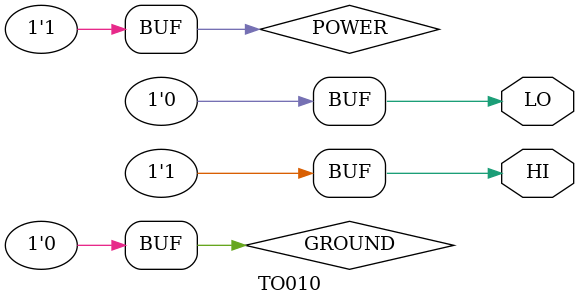
<source format=v>

module TO010 (  HI , LO );

// Verilog Port Declaration section

   output HI;
   output LO;
   supply0	GROUND;
   supply1	POWER;

// Verilog Structure section (in terms of gate prims)


           buf  #1 ( HI , POWER ) ;
           buf  #1 ( LO , GROUND ) ;

endmodule

</source>
